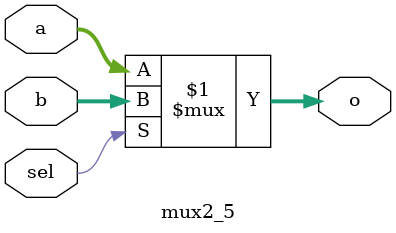
<source format=v>


module mux2_5(sel,a,b,o);

	input wire sel;
	input wire [4:0] a,b;
	output [4:0] o;
	
	assign o = sel ? b : a;
	
endmodule
</source>
